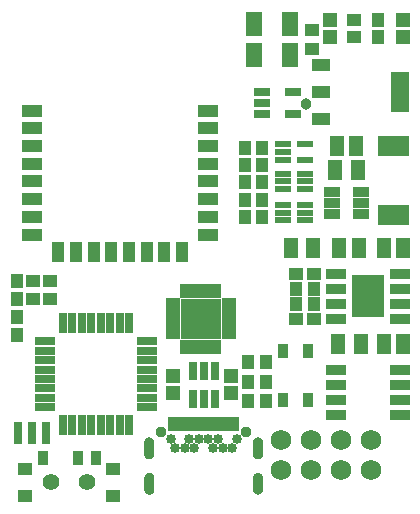
<source format=gts>
G04*
G04 #@! TF.GenerationSoftware,Altium Limited,Altium Designer,19.1.5 (86)*
G04*
G04 Layer_Color=8388736*
%FSLAX25Y25*%
%MOIN*%
G70*
G01*
G75*
%ADD48C,0.03800*%
%ADD49R,0.07099X0.03950*%
%ADD50R,0.03950X0.07099*%
%ADD51R,0.05682X0.02375*%
%ADD52R,0.04343X0.04540*%
%ADD53R,0.05721X0.07887*%
%ADD54R,0.05800X0.03000*%
%ADD55R,0.04737X0.04147*%
%ADD56R,0.04619X0.04895*%
%ADD57R,0.04540X0.04343*%
%ADD58R,0.05958X0.13556*%
%ADD59R,0.05958X0.04461*%
%ADD60R,0.04737X0.06509*%
%ADD61R,0.05524X0.03359*%
%ADD62R,0.04816X0.06587*%
%ADD63R,0.02572X0.06607*%
%ADD64R,0.06804X0.03556*%
%ADD65R,0.10694X0.14194*%
%ADD66R,0.04776X0.01863*%
%ADD67R,0.01863X0.04776*%
%ADD68R,0.13595X0.13595*%
%ADD69R,0.06706X0.02965*%
%ADD70R,0.02965X0.06706*%
%ADD71R,0.01981X0.05131*%
%ADD72R,0.02769X0.07493*%
%ADD73R,0.04737X0.03950*%
%ADD74R,0.03556X0.05131*%
%ADD75R,0.03162X0.06154*%
%ADD76R,0.03359X0.04934*%
%ADD77C,0.03753*%
%ADD78C,0.03162*%
%ADD79C,0.03359*%
%ADD80C,0.05524*%
%ADD81C,0.06800*%
G36*
X46567Y5024D02*
Y8961D01*
Y9004D01*
X46571Y9092D01*
X46581Y9179D01*
X46594Y9266D01*
X46613Y9351D01*
X46635Y9436D01*
X46662Y9519D01*
X46694Y9601D01*
X46729Y9681D01*
X46769Y9759D01*
X46813Y9835D01*
X46861Y9909D01*
X46912Y9980D01*
X46967Y10048D01*
X47026Y10113D01*
X47088Y10175D01*
X47153Y10233D01*
X47221Y10289D01*
X47292Y10340D01*
X47366Y10388D01*
X47442Y10432D01*
X47520Y10471D01*
X47600Y10507D01*
X47681Y10538D01*
X47765Y10565D01*
X47849Y10588D01*
X47935Y10606D01*
X48022Y10620D01*
X48109Y10629D01*
X48196Y10634D01*
X48240D01*
X48284D01*
X48371Y10629D01*
X48459Y10620D01*
X48545Y10606D01*
X48631Y10588D01*
X48716Y10565D01*
X48799Y10538D01*
X48881Y10507D01*
X48961Y10471D01*
X49039Y10432D01*
X49115Y10388D01*
X49188Y10340D01*
X49259Y10289D01*
X49327Y10233D01*
X49392Y10175D01*
X49454Y10113D01*
X49513Y10048D01*
X49568Y9980D01*
X49620Y9909D01*
X49667Y9835D01*
X49711Y9759D01*
X49751Y9681D01*
X49786Y9601D01*
X49818Y9519D01*
X49845Y9436D01*
X49868Y9351D01*
X49886Y9266D01*
X49900Y9179D01*
X49909Y9092D01*
X49913Y9004D01*
Y8961D01*
Y5024D01*
Y4980D01*
X49909Y4892D01*
X49900Y4805D01*
X49886Y4719D01*
X49868Y4633D01*
X49845Y4548D01*
X49818Y4465D01*
X49786Y4383D01*
X49751Y4303D01*
X49711Y4225D01*
X49667Y4149D01*
X49620Y4076D01*
X49568Y4005D01*
X49513Y3937D01*
X49454Y3872D01*
X49392Y3810D01*
X49327Y3751D01*
X49259Y3696D01*
X49188Y3644D01*
X49115Y3596D01*
X49039Y3553D01*
X48961Y3513D01*
X48881Y3477D01*
X48799Y3446D01*
X48716Y3419D01*
X48631Y3396D01*
X48545Y3378D01*
X48459Y3364D01*
X48371Y3355D01*
X48284Y3350D01*
X48240D01*
X48196D01*
X48109Y3355D01*
X48022Y3364D01*
X47935Y3378D01*
X47849Y3396D01*
X47765Y3419D01*
X47681Y3446D01*
X47600Y3477D01*
X47520Y3513D01*
X47442Y3553D01*
X47366Y3596D01*
X47292Y3644D01*
X47221Y3696D01*
X47153Y3751D01*
X47088Y3810D01*
X47026Y3872D01*
X46967Y3937D01*
X46912Y4005D01*
X46861Y4075D01*
X46813Y4149D01*
X46769Y4225D01*
X46729Y4303D01*
X46694Y4383D01*
X46662Y4465D01*
X46635Y4548D01*
X46613Y4633D01*
X46594Y4719D01*
X46581Y4805D01*
X46571Y4892D01*
X46567Y4980D01*
Y5024D01*
D01*
D02*
G37*
G36*
Y16835D02*
Y20772D01*
Y20816D01*
X46571Y20903D01*
X46581Y20990D01*
X46594Y21077D01*
X46613Y21162D01*
X46635Y21247D01*
X46662Y21330D01*
X46694Y21412D01*
X46729Y21492D01*
X46769Y21570D01*
X46813Y21646D01*
X46861Y21720D01*
X46912Y21791D01*
X46967Y21859D01*
X47026Y21924D01*
X47088Y21986D01*
X47153Y22044D01*
X47221Y22100D01*
X47292Y22151D01*
X47366Y22199D01*
X47442Y22243D01*
X47520Y22282D01*
X47600Y22318D01*
X47681Y22349D01*
X47765Y22377D01*
X47849Y22399D01*
X47935Y22417D01*
X48022Y22431D01*
X48109Y22440D01*
X48196Y22445D01*
X48240D01*
X48284D01*
X48371Y22440D01*
X48459Y22431D01*
X48545Y22417D01*
X48631Y22399D01*
X48716Y22377D01*
X48799Y22349D01*
X48881Y22318D01*
X48961Y22282D01*
X49039Y22243D01*
X49115Y22199D01*
X49188Y22151D01*
X49259Y22100D01*
X49327Y22044D01*
X49392Y21986D01*
X49454Y21924D01*
X49513Y21859D01*
X49568Y21791D01*
X49620Y21720D01*
X49667Y21646D01*
X49711Y21570D01*
X49751Y21492D01*
X49786Y21412D01*
X49818Y21330D01*
X49845Y21247D01*
X49868Y21162D01*
X49886Y21077D01*
X49900Y20990D01*
X49909Y20903D01*
X49913Y20816D01*
Y20772D01*
Y16835D01*
Y16791D01*
X49909Y16703D01*
X49900Y16616D01*
X49886Y16530D01*
X49868Y16444D01*
X49845Y16359D01*
X49818Y16276D01*
X49786Y16194D01*
X49751Y16114D01*
X49711Y16036D01*
X49667Y15960D01*
X49620Y15887D01*
X49568Y15816D01*
X49513Y15748D01*
X49454Y15683D01*
X49392Y15620D01*
X49327Y15562D01*
X49259Y15507D01*
X49188Y15455D01*
X49115Y15407D01*
X49039Y15364D01*
X48961Y15324D01*
X48881Y15288D01*
X48799Y15257D01*
X48716Y15230D01*
X48631Y15207D01*
X48545Y15189D01*
X48459Y15175D01*
X48371Y15166D01*
X48284Y15161D01*
X48240D01*
X48196D01*
X48109Y15166D01*
X48022Y15175D01*
X47935Y15189D01*
X47849Y15207D01*
X47765Y15230D01*
X47681Y15257D01*
X47600Y15288D01*
X47520Y15324D01*
X47442Y15364D01*
X47366Y15407D01*
X47292Y15455D01*
X47221Y15507D01*
X47153Y15562D01*
X47088Y15620D01*
X47026Y15683D01*
X46967Y15748D01*
X46912Y15816D01*
X46861Y15887D01*
X46813Y15960D01*
X46769Y16036D01*
X46729Y16114D01*
X46694Y16194D01*
X46662Y16276D01*
X46635Y16359D01*
X46613Y16444D01*
X46594Y16530D01*
X46581Y16616D01*
X46571Y16703D01*
X46567Y16791D01*
Y16835D01*
D01*
D02*
G37*
G36*
X82787Y5024D02*
Y8961D01*
Y9004D01*
X82792Y9092D01*
X82801Y9179D01*
X82815Y9266D01*
X82833Y9351D01*
X82856Y9436D01*
X82883Y9519D01*
X82914Y9601D01*
X82950Y9681D01*
X82990Y9759D01*
X83034Y9835D01*
X83081Y9909D01*
X83133Y9980D01*
X83188Y10048D01*
X83246Y10113D01*
X83309Y10175D01*
X83374Y10233D01*
X83442Y10289D01*
X83513Y10340D01*
X83586Y10388D01*
X83662Y10432D01*
X83740Y10471D01*
X83820Y10507D01*
X83902Y10538D01*
X83985Y10565D01*
X84070Y10588D01*
X84156Y10606D01*
X84242Y10620D01*
X84329Y10629D01*
X84417Y10634D01*
X84461D01*
X84504D01*
X84592Y10629D01*
X84679Y10620D01*
X84766Y10606D01*
X84851Y10588D01*
X84936Y10565D01*
X85019Y10538D01*
X85101Y10507D01*
X85181Y10471D01*
X85259Y10432D01*
X85335Y10388D01*
X85409Y10340D01*
X85480Y10289D01*
X85548Y10233D01*
X85613Y10175D01*
X85675Y10113D01*
X85733Y10048D01*
X85789Y9980D01*
X85840Y9909D01*
X85888Y9835D01*
X85932Y9759D01*
X85971Y9681D01*
X86007Y9601D01*
X86038Y9519D01*
X86066Y9436D01*
X86088Y9351D01*
X86106Y9266D01*
X86120Y9179D01*
X86129Y9092D01*
X86134Y9004D01*
Y8961D01*
Y5024D01*
Y4980D01*
X86129Y4892D01*
X86120Y4805D01*
X86106Y4719D01*
X86088Y4633D01*
X86066Y4548D01*
X86038Y4465D01*
X86007Y4383D01*
X85971Y4303D01*
X85932Y4225D01*
X85888Y4149D01*
X85840Y4076D01*
X85789Y4005D01*
X85733Y3937D01*
X85675Y3872D01*
X85613Y3810D01*
X85548Y3751D01*
X85480Y3696D01*
X85409Y3644D01*
X85335Y3596D01*
X85259Y3553D01*
X85181Y3513D01*
X85101Y3477D01*
X85019Y3446D01*
X84936Y3419D01*
X84851Y3396D01*
X84766Y3378D01*
X84679Y3364D01*
X84592Y3355D01*
X84504Y3350D01*
X84461D01*
X84417D01*
X84329Y3355D01*
X84242Y3364D01*
X84156Y3378D01*
X84070Y3396D01*
X83985Y3419D01*
X83902Y3446D01*
X83820Y3477D01*
X83740Y3513D01*
X83662Y3553D01*
X83586Y3596D01*
X83513Y3644D01*
X83442Y3696D01*
X83374Y3751D01*
X83309Y3810D01*
X83246Y3872D01*
X83188Y3937D01*
X83133Y4005D01*
X83081Y4075D01*
X83034Y4149D01*
X82990Y4225D01*
X82950Y4303D01*
X82914Y4383D01*
X82883Y4465D01*
X82856Y4548D01*
X82833Y4633D01*
X82815Y4719D01*
X82801Y4805D01*
X82792Y4892D01*
X82787Y4980D01*
Y5024D01*
D01*
D02*
G37*
G36*
Y16835D02*
Y20772D01*
Y20816D01*
X82792Y20903D01*
X82801Y20990D01*
X82815Y21077D01*
X82833Y21162D01*
X82856Y21247D01*
X82883Y21330D01*
X82914Y21412D01*
X82950Y21492D01*
X82990Y21570D01*
X83034Y21646D01*
X83081Y21720D01*
X83133Y21791D01*
X83188Y21859D01*
X83246Y21924D01*
X83309Y21986D01*
X83374Y22044D01*
X83442Y22100D01*
X83513Y22151D01*
X83586Y22199D01*
X83662Y22243D01*
X83740Y22282D01*
X83820Y22318D01*
X83902Y22349D01*
X83985Y22377D01*
X84070Y22399D01*
X84156Y22417D01*
X84242Y22431D01*
X84329Y22440D01*
X84417Y22445D01*
X84461D01*
X84504D01*
X84592Y22440D01*
X84679Y22431D01*
X84766Y22417D01*
X84851Y22399D01*
X84936Y22377D01*
X85019Y22349D01*
X85101Y22318D01*
X85181Y22282D01*
X85259Y22243D01*
X85335Y22199D01*
X85409Y22151D01*
X85480Y22100D01*
X85548Y22044D01*
X85613Y21986D01*
X85675Y21924D01*
X85733Y21859D01*
X85789Y21791D01*
X85840Y21720D01*
X85888Y21646D01*
X85932Y21570D01*
X85971Y21492D01*
X86007Y21412D01*
X86038Y21330D01*
X86066Y21247D01*
X86088Y21162D01*
X86106Y21077D01*
X86120Y20990D01*
X86129Y20903D01*
X86134Y20816D01*
Y20772D01*
Y16835D01*
Y16791D01*
X86129Y16703D01*
X86120Y16616D01*
X86106Y16530D01*
X86088Y16444D01*
X86066Y16359D01*
X86038Y16276D01*
X86007Y16194D01*
X85971Y16114D01*
X85932Y16036D01*
X85888Y15960D01*
X85840Y15887D01*
X85789Y15816D01*
X85733Y15748D01*
X85675Y15683D01*
X85613Y15620D01*
X85548Y15562D01*
X85480Y15507D01*
X85409Y15455D01*
X85335Y15407D01*
X85259Y15364D01*
X85181Y15324D01*
X85101Y15288D01*
X85019Y15257D01*
X84936Y15230D01*
X84851Y15207D01*
X84766Y15189D01*
X84679Y15175D01*
X84592Y15166D01*
X84504Y15161D01*
X84461D01*
X84417D01*
X84329Y15166D01*
X84242Y15175D01*
X84156Y15189D01*
X84070Y15207D01*
X83985Y15230D01*
X83902Y15257D01*
X83820Y15288D01*
X83740Y15324D01*
X83662Y15364D01*
X83586Y15407D01*
X83513Y15455D01*
X83442Y15507D01*
X83374Y15562D01*
X83309Y15620D01*
X83246Y15683D01*
X83188Y15748D01*
X83133Y15816D01*
X83081Y15887D01*
X83034Y15960D01*
X82990Y16036D01*
X82950Y16114D01*
X82914Y16194D01*
X82883Y16276D01*
X82856Y16359D01*
X82833Y16444D01*
X82815Y16530D01*
X82801Y16616D01*
X82792Y16703D01*
X82787Y16791D01*
Y16835D01*
D01*
D02*
G37*
D48*
X100500Y133500D02*
D03*
D49*
X67831Y119563D02*
D03*
Y113657D02*
D03*
Y131374D02*
D03*
Y125469D02*
D03*
Y95941D02*
D03*
Y90035D02*
D03*
Y107752D02*
D03*
Y101847D02*
D03*
X9169Y131374D02*
D03*
Y125469D02*
D03*
Y119563D02*
D03*
Y107752D02*
D03*
Y113657D02*
D03*
Y101847D02*
D03*
Y95941D02*
D03*
Y90035D02*
D03*
D50*
X59169Y84130D02*
D03*
X47358D02*
D03*
X53264D02*
D03*
X17831D02*
D03*
X23736D02*
D03*
X35547D02*
D03*
X41453D02*
D03*
X29642D02*
D03*
D51*
X100181Y120100D02*
D03*
Y114900D02*
D03*
X92819Y120100D02*
D03*
Y117500D02*
D03*
Y114900D02*
D03*
X100181Y110408D02*
D03*
Y105290D02*
D03*
Y107850D02*
D03*
X92819D02*
D03*
Y110408D02*
D03*
Y105290D02*
D03*
X100181Y99886D02*
D03*
Y94768D02*
D03*
Y97327D02*
D03*
X92819D02*
D03*
Y99886D02*
D03*
Y94768D02*
D03*
D52*
X85953Y101638D02*
D03*
X80047D02*
D03*
X124554Y161689D02*
D03*
Y155783D02*
D03*
X85953Y107425D02*
D03*
X80047D02*
D03*
X85953Y95850D02*
D03*
X80047D02*
D03*
X85953Y113213D02*
D03*
X80047D02*
D03*
X85953Y119000D02*
D03*
X80047D02*
D03*
X103000Y67000D02*
D03*
X97095D02*
D03*
X103000Y72000D02*
D03*
X97095D02*
D03*
X87153Y34567D02*
D03*
X81247D02*
D03*
X87153Y41000D02*
D03*
X81247D02*
D03*
X87153Y47500D02*
D03*
X81247D02*
D03*
X4000Y74453D02*
D03*
Y68547D02*
D03*
X3972Y56547D02*
D03*
Y62453D02*
D03*
D53*
X95000Y160153D02*
D03*
Y149917D02*
D03*
X83000Y160118D02*
D03*
Y149882D02*
D03*
D54*
X96100Y137700D02*
D03*
Y130300D02*
D03*
X85900Y137700D02*
D03*
Y134000D02*
D03*
Y130300D02*
D03*
D55*
X102500Y158185D02*
D03*
Y151886D02*
D03*
D56*
X108500Y161650D02*
D03*
Y155823D02*
D03*
X132787Y161650D02*
D03*
Y155823D02*
D03*
X75400Y42913D02*
D03*
Y37087D02*
D03*
X56000Y42913D02*
D03*
Y37087D02*
D03*
D57*
X116556Y161689D02*
D03*
Y155783D02*
D03*
X103000Y62000D02*
D03*
X97095D02*
D03*
X103000Y77000D02*
D03*
X97095D02*
D03*
X15000Y74453D02*
D03*
Y68547D02*
D03*
X9549Y74453D02*
D03*
Y68547D02*
D03*
D58*
X131669Y137500D02*
D03*
D59*
X105331Y146516D02*
D03*
Y137500D02*
D03*
Y128484D02*
D03*
D60*
X117740Y111500D02*
D03*
X110260D02*
D03*
X102902Y85500D02*
D03*
X95421D02*
D03*
X118728Y53500D02*
D03*
X111248D02*
D03*
D61*
X118921Y100500D02*
D03*
Y104240D02*
D03*
Y96760D02*
D03*
X109079Y104240D02*
D03*
Y100500D02*
D03*
Y96760D02*
D03*
D62*
X117189Y119577D02*
D03*
X110811D02*
D03*
X117989Y85500D02*
D03*
X111611D02*
D03*
X132689D02*
D03*
X126311D02*
D03*
X132689Y53500D02*
D03*
X126311D02*
D03*
D63*
X133339Y119567D02*
D03*
X128220D02*
D03*
X125661D02*
D03*
X130780D02*
D03*
Y96433D02*
D03*
X128220D02*
D03*
X133339D02*
D03*
X125661D02*
D03*
D64*
X131695Y72000D02*
D03*
Y77000D02*
D03*
Y67000D02*
D03*
Y62000D02*
D03*
X110340Y72000D02*
D03*
Y77000D02*
D03*
Y67000D02*
D03*
Y62000D02*
D03*
X131677Y45000D02*
D03*
Y40000D02*
D03*
Y35000D02*
D03*
Y30000D02*
D03*
X110323D02*
D03*
Y35000D02*
D03*
Y40000D02*
D03*
Y45000D02*
D03*
D65*
X121018Y69500D02*
D03*
D66*
X74657Y67905D02*
D03*
Y65937D02*
D03*
Y62000D02*
D03*
Y60031D02*
D03*
Y63968D02*
D03*
Y58063D02*
D03*
Y56094D02*
D03*
X56075Y67905D02*
D03*
Y65937D02*
D03*
Y63968D02*
D03*
Y60031D02*
D03*
Y58063D02*
D03*
Y62000D02*
D03*
Y56094D02*
D03*
D67*
X69303Y71291D02*
D03*
X71272D02*
D03*
X61429D02*
D03*
X67335D02*
D03*
X65366D02*
D03*
X63398D02*
D03*
X69303Y52709D02*
D03*
X71272D02*
D03*
X67335D02*
D03*
X63398D02*
D03*
X65366D02*
D03*
X61429D02*
D03*
X59461Y71291D02*
D03*
Y52709D02*
D03*
D68*
X65366Y62000D02*
D03*
D69*
X47429Y54524D02*
D03*
Y51374D02*
D03*
Y48224D02*
D03*
Y45075D02*
D03*
Y38776D02*
D03*
Y41925D02*
D03*
Y32476D02*
D03*
Y35626D02*
D03*
X13571Y48224D02*
D03*
Y54524D02*
D03*
Y51374D02*
D03*
Y45075D02*
D03*
Y38776D02*
D03*
Y41925D02*
D03*
Y35626D02*
D03*
Y32476D02*
D03*
D70*
X41524Y60429D02*
D03*
X35224D02*
D03*
X32075D02*
D03*
X38374D02*
D03*
X41524Y26571D02*
D03*
X35224D02*
D03*
X32075D02*
D03*
X38374D02*
D03*
X28925Y60429D02*
D03*
X25776D02*
D03*
X22626D02*
D03*
X19476D02*
D03*
X28925Y26571D02*
D03*
X25776D02*
D03*
X22626D02*
D03*
X19476D02*
D03*
D71*
X77177Y26913D02*
D03*
X75209D02*
D03*
X69303D02*
D03*
X67335D02*
D03*
X73240D02*
D03*
X71272D02*
D03*
X61429D02*
D03*
X59461D02*
D03*
X65366D02*
D03*
X63398D02*
D03*
X57492D02*
D03*
X55524D02*
D03*
D72*
X13949Y24000D02*
D03*
X4500D02*
D03*
X9224D02*
D03*
D73*
X36264Y2972D02*
D03*
Y12028D02*
D03*
X6736Y2972D02*
D03*
Y12028D02*
D03*
D74*
X30358Y15571D02*
D03*
X24453D02*
D03*
X12642D02*
D03*
D75*
X62660Y35400D02*
D03*
X66400D02*
D03*
X70140D02*
D03*
Y44652D02*
D03*
X66400D02*
D03*
X62660D02*
D03*
D76*
X101232Y51169D02*
D03*
X92768D02*
D03*
X101232Y34831D02*
D03*
X92768D02*
D03*
D77*
X80524Y24315D02*
D03*
X52177D02*
D03*
D78*
X84461Y18803D02*
D03*
Y6992D02*
D03*
X48240Y18803D02*
D03*
Y6992D02*
D03*
D79*
X77374Y21756D02*
D03*
X75799Y19000D02*
D03*
X72650D02*
D03*
X71075Y21756D02*
D03*
X69500Y19000D02*
D03*
X67925Y21756D02*
D03*
X64776D02*
D03*
X63201Y19000D02*
D03*
X61626Y21756D02*
D03*
X55327D02*
D03*
X60051Y19000D02*
D03*
X56902D02*
D03*
D80*
X27406Y7500D02*
D03*
X15595D02*
D03*
D81*
X122000Y11665D02*
D03*
X112000D02*
D03*
X102000D02*
D03*
X92000D02*
D03*
Y21665D02*
D03*
X102000D02*
D03*
X112000D02*
D03*
X122000D02*
D03*
M02*

</source>
